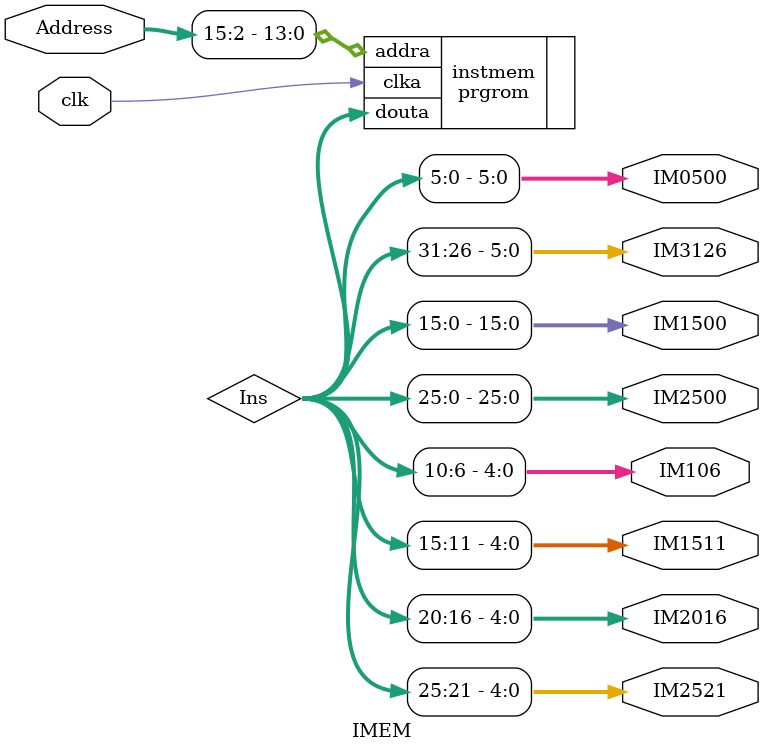
<source format=v>
`timescale 1ns / 1ps


module IMEM(
    input clk,
    input [31:0]Address,
    output [4:0] IM2521,IM2016,IM1511,IM106,
    output [25:0] IM2500,
    output [15:0] IM1500,
    output [5:0] IM3126,
    output [5:0] IM0500
    );
    //·ÖÅä 64KB ROM£¬
    wire [31:0]Ins;
    assign IM2521 = Ins[25:21];
    assign IM2016 = Ins[20:16];
    assign IM1511 = Ins[15:11];
    assign IM2500 = Ins[25:0];
    assign IM1500 = Ins[15:0];
    assign IM3126 = Ins[31:26];
    assign IM0500 = Ins[5:0];
    assign IM106 = Ins[10:6];
prgrom instmem(
    .clka(clk), // input wire clka
    .addra(Address[15:2]), // input wire [13 : 0] addra
    .douta(Ins) // output wire [31 : 0] douta
);
endmodule

</source>
